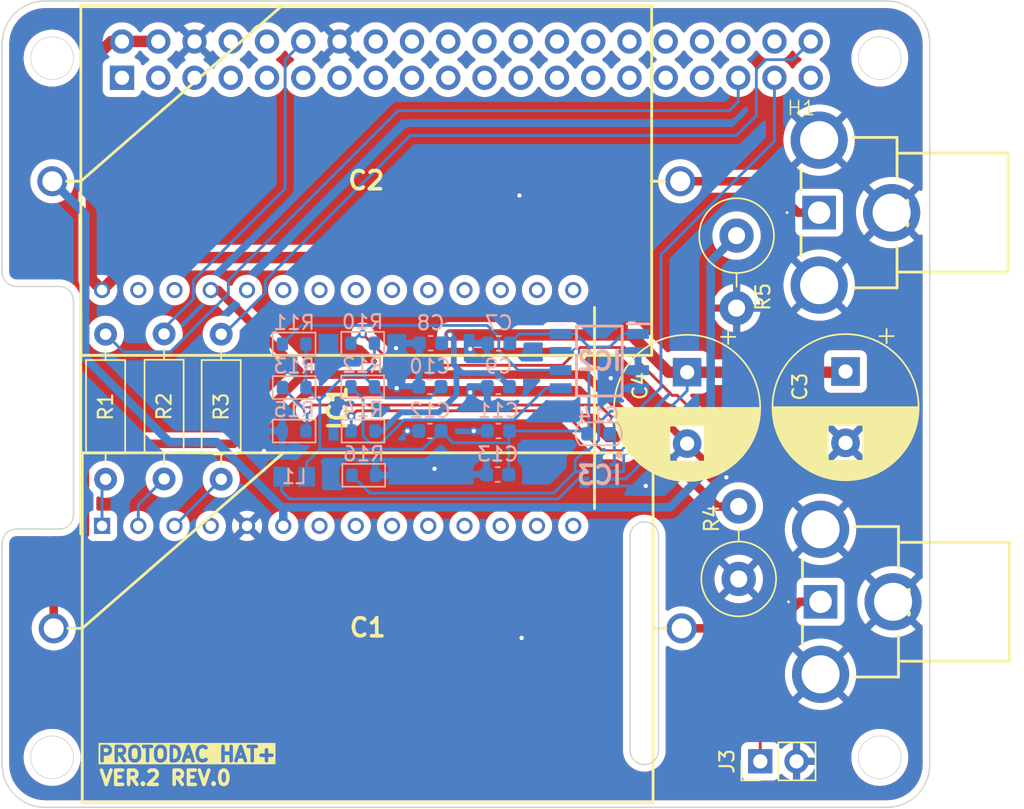
<source format=kicad_pcb>
(kicad_pcb (version 20240108) (generator "pcbnew") (generator_version "8.0")
  (layers (0 "F.Cu" signal) (31 "B.Cu" signal) (34 "B.Paste" user) (35 "F.Paste" user) (36 "B.SilkS" user "B.Silkscreen") (37 "F.SilkS" user "F.Silkscreen") (38 "B.Mask" user) (39 "F.Mask" user) (44 "Edge.Cuts" user))
  (net 0 "")
  (net 1 "GND")
  (net 2 "AOL")
  (net 3 "AOR")
  (net 4 "+5V")
  (net 8 "BCK")
  (net 20 "DATA")
  (net 28 "LE{slash}WS")
  (net 29 "Net-(H1-BCM19_MISO_PCM_FS)")
  (net 30 "Net-(H1-BCM18_PCM_C)")
  (net 31 "Net-(H1-BCM21_SCLK_PCM_DO)")
  (net 38 "ENC_A")
  (net 47 "ENC_B")
  (net 51 "+3.3V")
  (net 63 "Net-(IC3-FB)")
  (net 65 "ENC_SW")
  (net 66 "GPIO26")
  (net 67 "ID_SC")
  (net 68 "ID_SD")
  (net 69 "Net-(IC2-WP)")
  (net 71 "Net-(IC3-LX)")
  (net 72 "Net-(IC3-PG)")
  (net 73 "/L_OUT")
  (net 74 "/R_OUT")
  (footprint "Resistor_THT:R_Axial_DIN0207_L6.3mm_D2.5mm_P10.16mm_Horizontal" (layer "F.Cu") (at 131.85 108.91 90)
    (property "Reference" "R2" (at 5.08 0 90) (layer "F.SilkS"))
    (property "Value" "470ohm")
    (pad "1" thru_hole circle (at 0 0 90) (size 1.6 1.6) (drill 0.8) (layers "*.Cu" "*.Mask") (net 8 "BCK"))
    (pad "2" thru_hole oval (at 10.16 0 90) (size 1.6 1.6) (drill 0.8) (layers "*.Cu" "*.Mask") (net 30 "Net-(H1-BCM18_PCM_C)"))
  )
  (footprint "Capacitor_THT:CP_Radial_D10.0mm_P5.00mm" (layer "F.Cu") (at 179.6 101.3823 -90)
    (property "Reference" "C3" (at 1.067677 3.2 90) (layer "F.SilkS"))
    (property "Value" "1000uF_16V")
    (pad "1" thru_hole rect (at 0 0 270) (size 2 2) (drill 1) (layers "*.Cu" "*.Mask") (net 4 "+5V"))
    (pad "2" thru_hole circle (at 5 0 270) (size 2 2) (drill 1) (layers "*.Cu" "*.Mask") (net 1 "GND"))
  )
  (footprint "RPI_Hat:RPI_Hat_B+" (layer "F.Cu") (at 153 104.172)
    (property "Reference" "H1" (at 23.5 -21.25 0) (layer "F.SilkS") (effects (font (thickness 0.1))))
    (property "Value" "RPi_GPIO" (hide yes))
    (fp_line (start -32.5 -25.75) (end -32.5 -9.75) (stroke (width 0.1)) (layer "Edge.Cuts"))
    (fp_line (start -32.5 9.25) (end -32.5 24.75) (stroke (width 0.1)) (layer "Edge.Cuts"))
    (fp_line (start -31.5 -8.75) (end -28.5 -8.75) (stroke (width 0.1)) (layer "Edge.Cuts"))
    (fp_line (start -31.5 8.25) (end -28.5 8.25) (stroke (width 0.1)) (layer "Edge.Cuts"))
    (fp_line (start -29.5 -28.75) (end 29.5 -28.75) (stroke (width 0.1)) (layer "Edge.Cuts"))
    (fp_line (start -29.5 27.75) (end 29.5 27.75) (stroke (width 0.1)) (layer "Edge.Cuts"))
    (fp_line (start -27.5 -7.75) (end -27.5 7.25) (stroke (width 0.1)) (layer "Edge.Cuts"))
    (fp_line (start 11.5 8.75) (end 11.5 23.75) (stroke (width 0.1)) (layer "Edge.Cuts"))
    (fp_line (start 13.5 8.75) (end 13.5 23.75) (stroke (width 0.1)) (layer "Edge.Cuts"))
    (fp_line (start 32.5 -25.75) (end 32.5 24.75) (stroke (width 0.1)) (layer "Edge.Cuts"))
    (fp_arc (start -32.5 -25.75) (mid -31.62132 -27.87132) (end -29.5 -28.75) (stroke (width 0.1)) (layer "Edge.Cuts"))
    (fp_arc (start -32.5 9.25) (mid -32.207107 8.542893) (end -31.5 8.25) (stroke (width 0.1)) (layer "Edge.Cuts"))
    (fp_arc (start -31.5 -8.75) (mid -32.207107 -9.042893) (end -32.5 -9.75) (stroke (width 0.1)) (layer "Edge.Cuts"))
    (fp_arc (start -29.5 27.75) (mid -31.62132 26.87132) (end -32.5 24.75) (stroke (width 0.1)) (layer "Edge.Cuts"))
    (fp_arc (start -28.5 -8.75) (mid -27.792893 -8.457107) (end -27.5 -7.75) (stroke (width 0.1)) (layer "Edge.Cuts"))
    (fp_arc (start -27.5 7.25) (mid -27.792893 7.957107) (end -28.5 8.25) (stroke (width 0.1)) (layer "Edge.Cuts"))
    (fp_arc (start 11.5 8.75) (mid 12.5 7.75) (end 13.5 8.75) (stroke (width 0.1)) (layer "Edge.Cuts"))
    (fp_arc (start 13.5 23.75) (mid 12.5 24.75) (end 11.5 23.75) (stroke (width 0.1)) (layer "Edge.Cuts"))
    (fp_arc (start 29.5 -28.75) (mid 31.62132 -27.87132) (end 32.5 -25.75) (stroke (width 0.1)) (layer "Edge.Cuts"))
    (fp_arc (start 32.5 24.75) (mid 31.62132 26.87132) (end 29.5 27.75) (stroke (width 0.1)) (layer "Edge.Cuts"))
    (fp_circle (center -29 -24.75) (end -30.500001 -24.750001) (stroke (width 0.05)) (fill none) (layer "Edge.Cuts"))
    (fp_circle (center -29 24.25) (end -30.500001 24.250001) (stroke (width 0.05)) (fill none) (layer "Edge.Cuts"))
    (fp_circle (center 29 -24.75) (end 30.500001 -24.750001) (stroke (width 0.05)) (fill none) (layer "Edge.Cuts"))
    (fp_circle (center 29 24.25) (end 30.500001 24.250001) (stroke (width 0.05)) (fill none) (layer "Edge.Cuts"))
    (pad "1" thru_hole rect (at -24.1 -23.372 90) (size 1.7 1.7) (drill 1) (layers "*.Cu" "*.Mask"))
    (pad "2" thru_hole oval (at -24.1 -25.912 90) (size 1.7 1.7) (drill 1) (layers "*.Cu" "*.Mask") (net 4 "+5V"))
    (pad "3" thru_hole oval (at -21.56 -23.372 90) (size 1.7 1.7) (drill 1) (layers "*.Cu" "*.Mask"))
    (pad "4" thru_hole oval (at -21.56 -25.912 90) (size 1.7 1.7) (drill 1) (layers "*.Cu" "*.Mask") (net 4 "+5V"))
    (pad "5" thru_hole oval (at -19.02 -23.372 90) (size 1.7 1.7) (drill 1) (layers "*.Cu" "*.Mask"))
    (pad "6" thru_hole circle (at -19.02 -25.912 90) (size 1.7 1.7) (drill 1) (layers "*.Cu" "*.Mask") (net 1 "GND"))
    (pad "7" thru_hole oval (at -16.48 -23.372 90) (size 1.7 1.7) (drill 1) (layers "*.Cu" "*.Mask"))
    (pad "8" thru_hole oval (at -16.48 -25.912 90) (size 1.7 1.7) (drill 1) (layers "*.Cu" "*.Mask"))
    (pad "9" thru_hole circle (at -13.94 -23.372 90) (size 1.7 1.7) (drill 1) (layers "*.Cu" "*.Mask"))
    (pad "10" thru_hole oval (at -13.94 -25.912 90) (size 1.7 1.7) (drill 1) (layers "*.Cu" "*.Mask"))
    (pad "11" thru_hole oval (at -11.4 -23.372 90) (size 1.7 1.7) (drill 1) (layers "*.Cu" "*.Mask"))
    (pad "12" thru_hole oval (at -11.4 -25.912 90) (size 1.7 1.7) (drill 1) (layers "*.Cu" "*.Mask") (net 30 "Net-(H1-BCM18_PCM_C)"))
    (pad "13" thru_hole oval (at -8.86 -23.372 90) (size 1.7 1.7) (drill 1) (layers "*.Cu" "*.Mask") (net 65 "ENC_SW"))
    (pad "14" thru_hole circle (at -8.86 -25.912 90) (size 1.7 1.7) (drill 1) (layers "*.Cu" "*.Mask") (net 1 "GND"))
    (pad "15" thru_hole oval (at -6.32 -23.372 90) (size 1.7 1.7) (drill 1) (layers "*.Cu" "*.Mask"))
    (pad "16" thru_hole oval (at -6.32 -25.912 90) (size 1.7 1.7) (drill 1) (layers "*.Cu" "*.Mask") (net 38 "ENC_A"))
    (pad "17" thru_hole oval (at -3.78 -23.372 90) (size 1.7 1.7) (drill 1) (layers "*.Cu" "*.Mask"))
    (pad "18" thru_hole oval (at -3.78 -25.912 90) (size 1.7 1.7) (drill 1) (layers "*.Cu" "*.Mask") (net 47 "ENC_B"))
    (pad "19" thru_hole oval (at -1.24 -23.372 90) (size 1.7 1.7) (drill 1) (layers "*.Cu" "*.Mask"))
    (pad "20" thru_hole circle (at -1.24 -25.912 90) (size 1.7 1.7) (drill 1) (layers "*.Cu" "*.Mask"))
    (pad "21" thru_hole oval (at 1.3 -23.372 90) (size 1.7 1.7) (drill 1) (layers "*.Cu" "*.Mask"))
    (pad "22" thru_hole oval (at 1.3 -25.912 90) (size 1.7 1.7) (drill 1) (layers "*.Cu" "*.Mask"))
    (pad "23" thru_hole oval (at 3.84 -23.372 90) (size 1.7 1.7) (drill 1) (layers "*.Cu" "*.Mask"))
    (pad "24" thru_hole oval (at 3.84 -25.912 90) (size 1.7 1.7) (drill 1) (layers "*.Cu" "*.Mask"))
    (pad "25" thru_hole circle (at 6.38 -23.372 90) (size 1.7 1.7) (drill 1) (layers "*.Cu" "*.Mask"))
    (pad "26" thru_hole oval (at 6.38 -25.912 90) (size 1.7 1.7) (drill 1) (layers "*.Cu" "*.Mask"))
    (pad "27" thru_hole oval (at 8.92 -23.372 90) (size 1.7 1.7) (drill 1) (layers "*.Cu" "*.Mask"))
    (pad "28" thru_hole oval (at 8.92 -25.912 90) (size 1.7 1.7) (drill 1) (layers "*.Cu" "*.Mask"))
    (pad "29" thru_hole oval (at 11.46 -23.372 90) (size 1.7 1.7) (drill 1) (layers "*.Cu" "*.Mask"))
    (pad "30" thru_hole circle (at 11.46 -25.912 90) (size 1.7 1.7) (drill 1) (layers "*.Cu" "*.Mask"))
    (pad "31" thru_hole oval (at 14 -23.372 90) (size 1.7 1.7) (drill 1) (layers "*.Cu" "*.Mask"))
    (pad "32" thru_hole oval (at 14 -25.912 90) (size 1.7 1.7) (drill 1) (layers "*.Cu" "*.Mask"))
    (pad "33" thru_hole oval (at 16.54 -23.372 90) (size 1.7 1.7) (drill 1) (layers "*.Cu" "*.Mask"))
    (pad "34" thru_hole circle (at 16.54 -25.912 90) (size 1.7 1.7) (drill 1) (layers "*.Cu" "*.Mask"))
    (pad "35" thru_hole oval (at 19.08 -23.372 90) (size 1.7 1.7) (drill 1) (layers "*.Cu" "*.Mask") (net 29 "Net-(H1-BCM19_MISO_PCM_FS)"))
    (pad "36" thru_hole oval (at 19.08 -25.912 90) (size 1.7 1.7) (drill 1) (layers "*.Cu" "*.Mask"))
    (pad "37" thru_hole oval (at 21.62 -23.372 90) (size 1.7 1.7) (drill 1) (layers "*.Cu" "*.Mask") (net 66 "GPIO26"))
    (pad "38" thru_hole oval (at 21.62 -25.912 90) (size 1.7 1.7) (drill 1) (layers "*.Cu" "*.Mask"))
    (pad "39" thru_hole circle (at 24.16 -23.372 90) (size 1.7 1.7) (drill 1) (layers "*.Cu" "*.Mask"))
    (pad "40" thru_hole oval (at 24.16 -25.912 90) (size 1.7 1.7) (drill 1) (layers "*.Cu" "*.Mask") (net 31 "Net-(H1-BCM21_SCLK_PCM_DO)"))
  )
  (footprint "Connector_PinHeader_2.54mm:PinHeader_1x02_P2.54mm_Vertical" (layer "F.Cu") (at 173.625 128.7 90)
    (property "Reference" "J3" (at 0 -2.33 90) (layer "F.SilkS"))
    (property "Value" "PINHD_1x2_Male")
    (pad "1" thru_hole rect (at 0 0 90) (size 1.7 1.7) (drill 1) (layers "*.Cu" "*.Mask") (net 69 "Net-(IC2-WP)"))
    (pad "2" thru_hole oval (at 0 2.54 90) (size 1.7 1.7) (drill 1) (layers "*.Cu" "*.Mask") (net 1 "GND"))
  )
  (footprint "Resistor_THT:R_Axial_DIN0207_L6.3mm_D2.5mm_P10.16mm_Horizontal" (layer "F.Cu") (at 127.75 108.93 90)
    (property "Reference" "R1" (at 5.08 0 90) (layer "F.SilkS"))
    (property "Value" "470ohm")
    (pad "1" thru_hole circle (at 0 0 90) (size 1.6 1.6) (drill 0.8) (layers "*.Cu" "*.Mask") (net 28 "LE{slash}WS"))
    (pad "2" thru_hole oval (at 10.16 0 90) (size 1.6 1.6) (drill 0.8) (layers "*.Cu" "*.Mask") (net 29 "Net-(H1-BCM19_MISO_PCM_FS)"))
  )
  (footprint "Resistor_THT:R_Axial_DIN0207_L6.3mm_D2.5mm_P10.16mm_Horizontal" (layer "F.Cu") (at 135.85 108.93 90)
    (property "Reference" "R3" (at 5.08 0 90) (layer "F.SilkS"))
    (property "Value" "470ohm")
    (pad "1" thru_hole circle (at 0 0 90) (size 1.6 1.6) (drill 0.8) (layers "*.Cu" "*.Mask") (net 20 "DATA"))
    (pad "2" thru_hole oval (at 10.16 0 90) (size 1.6 1.6) (drill 0.8) (layers "*.Cu" "*.Mask") (net 31 "Net-(H1-BCM21_SCLK_PCM_DO)"))
  )
  (footprint "SamacSys_Parts:DIP1652W53P254L3550H510Q28N" (layer "F.Cu") (at 144.01 103.938 90)
    (property "Reference" "IC1" (at 0 0 90) (layer "F.SilkS") (effects (font (size 1.27 1.27) (thickness 0.254))))
    (property "Value" "TDA1541A" (hide yes))
    (pad "1" thru_hole rect (at -8.262 -16.51 90) (size 1.13 1.13) (drill 0.73) (layers "*.Cu" "*.Mask") (net 28 "LE{slash}WS"))
    (pad "2" thru_hole circle (at -8.262 -13.97 90) (size 1.13 1.13) (drill 0.73) (layers "*.Cu" "*.Mask") (net 8 "BCK"))
    (pad "3" thru_hole circle (at -8.262 -11.43 90) (size 1.13 1.13) (drill 0.73) (layers "*.Cu" "*.Mask") (net 20 "DATA"))
    (pad "4" thru_hole circle (at -8.262 -8.89 90) (size 1.13 1.13) (drill 0.73) (layers "*.Cu" "*.Mask"))
    (pad "5" thru_hole circle (at -8.262 -6.35 90) (size 1.13 1.13) (drill 0.73) (layers "*.Cu" "*.Mask") (net 1 "GND"))
    (pad "6" thru_hole circle (at -8.262 -3.81 90) (size 1.13 1.13) (drill 0.73) (layers "*.Cu" "*.Mask") (net 3 "AOR"))
    (pad "7" thru_hole circle (at -8.262 -1.27 90) (size 1.13 1.13) (drill 0.73) (layers "*.Cu" "*.Mask"))
    (pad "8" thru_hole circle (at -8.262 1.27 90) (size 1.13 1.13) (drill 0.73) (layers "*.Cu" "*.Mask"))
    (pad "9" thru_hole circle (at -8.262 3.81 90) (size 1.13 1.13) (drill 0.73) (layers "*.Cu" "*.Mask"))
    (pad "10" thru_hole circle (at -8.262 6.35 90) (size 1.13 1.13) (drill 0.73) (layers "*.Cu" "*.Mask"))
    (pad "11" thru_hole circle (at -8.262 8.89 90) (size 1.13 1.13) (drill 0.73) (layers "*.Cu" "*.Mask"))
    (pad "12" thru_hole circle (at -8.262 11.43 90) (size 1.13 1.13) (drill 0.73) (layers "*.Cu" "*.Mask"))
    (pad "13" thru_hole circle (at -8.262 13.97 90) (size 1.13 1.13) (drill 0.73) (layers "*.Cu" "*.Mask"))
    (pad "14" thru_hole circle (at -8.262 16.51 90) (size 1.13 1.13) (drill 0.73) (layers "*.Cu" "*.Mask"))
    (pad "15" thru_hole circle (at 8.262 16.51 90) (size 1.13 1.13) (drill 0.73) (layers "*.Cu" "*.Mask"))
    (pad "16" thru_hole circle (at 8.262 13.97 90) (size 1.13 1.13) (drill 0.73) (layers "*.Cu" "*.Mask"))
    (pad "17" thru_hole circle (at 8.262 11.43 90) (size 1.13 1.13) (drill 0.73) (layers "*.Cu" "*.Mask"))
    (pad "18" thru_hole circle (at 8.262 8.89 90) (size 1.13 1.13) (drill 0.73) (layers "*.Cu" "*.Mask"))
    (pad "19" thru_hole circle (at 8.262 6.35 90) (size 1.13 1.13) (drill 0.73) (layers "*.Cu" "*.Mask"))
    (pad "20" thru_hole circle (at 8.262 3.81 90) (size 1.13 1.13) (drill 0.73) (layers "*.Cu" "*.Mask"))
    (pad "21" thru_hole circle (at 8.262 1.27 90) (size 1.13 1.13) (drill 0.73) (layers "*.Cu" "*.Mask"))
    (pad "22" thru_hole circle (at 8.262 -1.27 90) (size 1.13 1.13) (drill 0.73) (layers "*.Cu" "*.Mask"))
    (pad "23" thru_hole circle (at 8.262 -3.81 90) (size 1.13 1.13) (drill 0.73) (layers "*.Cu" "*.Mask"))
    (pad "24" thru_hole circle (at 8.262 -6.35 90) (size 1.13 1.13) (drill 0.73) (layers "*.Cu" "*.Mask"))
    (pad "25" thru_hole circle (at 8.262 -8.89 90) (size 1.13 1.13) (drill 0.73) (layers "*.Cu" "*.Mask") (net 2 "AOL"))
    (pad "26" thru_hole circle (at 8.262 -11.43 90) (size 1.13 1.13) (drill 0.73) (layers "*.Cu" "*.Mask"))
    (pad "27" thru_hole circle (at 8.262 -13.97 90) (size 1.13 1.13) (drill 0.73) (layers "*.Cu" "*.Mask"))
    (pad "28" thru_hole circle (at 8.262 -16.51 90) (size 1.13 1.13) (drill 0.73) (layers "*.Cu" "*.Mask") (net 4 "+5V"))
  )
  (footprint "PCM_Resistor_THT_AKL:R_Axial_DIN0516_L15.5mm_D5.0mm_P5.08mm_Vertical" (layer "F.Cu") (at 171.964 91.86 -90)
    (property "Reference" "R5" (at 4.29 -1.85 90) (layer "F.SilkS"))
    (property "Value" "470ohm" (hide yes))
    (pad "1" thru_hole circle (at 0 0 270) (size 2.4 2.4) (drill 1.2) (layers "*.Cu" "*.Mask") (net 3 "AOR"))
    (pad "2" thru_hole oval (at 5.08 0 270) (size 2.4 2.4) (drill 1.2) (layers "*.Cu" "*.Mask") (net 1 "GND"))
  )
  (footprint "Capacitor_THT:CP_Radial_D10.0mm_P5.00mm" (layer "F.Cu") (at 168.5 101.4323 -90)
    (property "Reference" "C4" (at 0.967677 3.3 90) (layer "F.SilkS"))
    (property "Value" "1000uF_16V")
    (pad "1" thru_hole rect (at 0 0 270) (size 2 2) (drill 1) (layers "*.Cu" "*.Mask") (net 4 "+5V"))
    (pad "2" thru_hole circle (at 5 0 270) (size 2 2) (drill 1) (layers "*.Cu" "*.Mask") (net 1 "GND"))
  )
  (footprint "SamacSys_Parts:936" (layer "F.Cu") (at 177.85 117.52 90)
    (property "Reference" "J1" (at 0 5.614 90) (layer "F.SilkS") (effects (font (size 1.27 1.27) (thickness 0.254))))
    (property "Value" "936" (hide yes))
    (pad "1" thru_hole rect (at 0 0 90) (size 2.355 2.355) (drill 1.57) (layers "*.Cu" "*.Mask") (net 73 "/L_OUT"))
    (pad "MH1" thru_hole circle (at -5.08 0 90) (size 4.005 4.005) (drill 2.67) (layers "*.Cu" "*.Mask") (net 1 "GND"))
    (pad "MH2" thru_hole circle (at 5.08 0 90) (size 4.005 4.005) (drill 2.67) (layers "*.Cu" "*.Mask") (net 1 "GND"))
    (pad "MH3" thru_hole circle (at 0 5.08 90) (size 4.005 4.005) (drill 2.67) (layers "*.Cu" "*.Mask") (net 1 "GND"))
  )
  (footprint "SamacSys_Parts:CAPPA14200W120L4400D2450" (layer "F.Cu") (at 146.014 88.05)
    (property "Reference" "C2" (at 0 -0.05 0) (layer "F.SilkS") (effects (font (size 1.27 1.27) (thickness 0.254))))
    (property "Value" "C4GAMUD4150AA1J" (hide yes))
    (pad "1" thru_hole circle (at -22 0) (size 2.1 2.1) (drill 1.4) (layers "*.Cu" "*.Mask") (net 3 "AOR"))
    (pad "2" thru_hole circle (at 22 0) (size 2.1 2.1) (drill 1.4) (layers "*.Cu" "*.Mask") (net 74 "/R_OUT"))
  )
  (footprint "SamacSys_Parts:936" (layer "F.Cu") (at 177.75 90.25 90)
    (property "Reference" "J2" (at 0 5.614 90) (layer "F.SilkS") (effects (font (size 1.27 1.27) (thickness 0.254))))
    (property "Value" "936" (hide yes))
    (pad "1" thru_hole rect (at 0 0 90) (size 2.355 2.355) (drill 1.57) (layers "*.Cu" "*.Mask") (net 74 "/R_OUT"))
    (pad "MH1" thru_hole circle (at -5.08 0 90) (size 4.005 4.005) (drill 2.67) (layers "*.Cu" "*.Mask") (net 1 "GND"))
    (pad "MH2" thru_hole circle (at 5.08 0 90) (size 4.005 4.005) (drill 2.67) (layers "*.Cu" "*.Mask") (net 1 "GND"))
    (pad "MH3" thru_hole circle (at 0 5.08 90) (size 4.005 4.005) (drill 2.67) (layers "*.Cu" "*.Mask") (net 1 "GND"))
  )
  (footprint "SamacSys_Parts:CAPPA14200W120L4400D2450" (layer "F.Cu") (at 146.114 119.38)
    (property "Reference" "C1" (at 0 -0.05 0) (layer "F.SilkS") (effects (font (size 1.27 1.27) (thickness 0.254))))
    (property "Value" "C4GAMUD4150AA1J" (hide yes))
    (pad "1" thru_hole circle (at -22 0) (size 2.1 2.1) (drill 1.4) (layers "*.Cu" "*.Mask") (net 2 "AOL"))
    (pad "2" thru_hole circle (at 22 0) (size 2.1 2.1) (drill 1.4) (layers "*.Cu" "*.Mask") (net 73 "/L_OUT"))
  )
  (footprint "PCM_Resistor_THT_AKL:R_Axial_DIN0516_L15.5mm_D5.0mm_P5.08mm_Vertical" (layer "F.Cu") (at 172.114 115.92 90)
    (property "Reference" "R4" (at 4.24 -1.9 90) (layer "F.SilkS"))
    (property "Value" "R_DIN0516_P5.08mm" (hide yes))
    (pad "1" thru_hole circle (at 0 0 90) (size 2.4 2.4) (drill 1.2) (layers "*.Cu" "*.Mask") (net 1 "GND"))
    (pad "2" thru_hole oval (at 5.08 0 90) (size 2.4 2.4) (drill 1.2) (layers "*.Cu" "*.Mask") (net 2 "AOL"))
  )
  (footprint "PCM_Resistor_SMD_AKL:R_0603_1608Metric" (layer "B.Cu") (at 145.788 105.555 180)
    (property "Reference" "R14" (at 0 1.5 0) (layer "B.SilkS") (effects (justify mirror)))
    (property "Value" "10k_0603" (hide yes))
    (pad "1" smd roundrect (at -0.825 0 180) (size 0.8 0.95) (layers "B.Cu" "B.Paste" "B.Mask") (net 4 "+5V"))
    (pad "2" smd roundrect (at 0.825 0 180) (size 0.8 0.95) (layers "B.Cu" "B.Paste" "B.Mask") (net 72 "Net-(IC3-PG)"))
  )
  (footprint "Capacitor_SMD:C_0603_1608Metric" (layer "B.Cu") (at 155.275 105.55 180)
    (property "Reference" "C11" (at 0 1.43 0) (layer "B.SilkS") (effects (justify mirror)))
    (property "Value" "10uF_0805_25V")
    (pad "1" smd roundrect (at -0.775 0 180) (size 0.9 0.95) (layers "B.Cu" "B.Paste" "B.Mask") (net 51 "+3.3V"))
    (pad "2" smd roundrect (at 0.775 0 180) (size 0.9 0.95) (layers "B.Cu" "B.Paste" "B.Mask") (net 1 "GND"))
  )
  (footprint "PCM_Resistor_SMD_AKL:R_0603_1608Metric" (layer "B.Cu") (at 140.963 105.555 180)
    (property "Reference" "R15" (at 0 1.5 0) (layer "B.SilkS") (effects (justify mirror)))
    (property "Value" "2.2k_0603" (hide yes))
    (pad "1" smd roundrect (at -0.825 0 180) (size 0.8 0.95) (layers "B.Cu" "B.Paste" "B.Mask") (net 63 "Net-(IC3-FB)"))
    (pad "2" smd roundrect (at 0.825 0 180) (size 0.8 0.95) (layers "B.Cu" "B.Paste" "B.Mask") (net 1 "GND"))
  )
  (footprint "SamacSys_Parts:SON50P201X201X60-9N-D" (layer "B.Cu") (at 162.35 108.65 180)
    (property "Reference" "IC3" (at 0 0 0) (layer "B.SilkS") (effects (font (size 1.27 1.27) (thickness 0.254)) (justify mirror)))
    (property "Value" "AP3441SHE-7B" (hide yes))
    (pad "1" smd rect (at -1.05 0.75 90) (size 0.3 0.7) (layers "B.Cu" "B.Paste" "B.Mask") (net 63 "Net-(IC3-FB)"))
    (pad "2" smd rect (at -1.05 0.25 90) (size 0.3 0.7) (layers "B.Cu" "B.Paste" "B.Mask") (net 72 "Net-(IC3-PG)"))
    (pad "3" smd rect (at -1.05 -0.25 90) (size 0.3 0.7) (layers "B.Cu" "B.Paste" "B.Mask") (net 4 "+5V"))
    (pad "4" smd rect (at -1.05 -0.75 90) (size 0.3 0.7) (layers "B.Cu" "B.Paste" "B.Mask") (net 1 "GND"))
    (pad "5" smd rect (at 1.05 -0.75 90) (size 0.3 0.7) (layers "B.Cu" "B.Paste" "B.Mask"))
    (pad "6" smd rect (at 1.05 -0.25 90) (size 0.3 0.7) (layers "B.Cu" "B.Paste" "B.Mask") (net 71 "Net-(IC3-LX)"))
    (pad "7" smd rect (at 1.05 0.25 90) (size 0.3 0.7) (layers "B.Cu" "B.Paste" "B.Mask") (net 66 "GPIO26"))
    (pad "8" smd rect (at 1.05 0.75 90) (size 0.3 0.7) (layers "B.Cu" "B.Paste" "B.Mask") (net 1 "GND"))
    (pad "9" smd rect (at 0 0 180) (size 1 1.8) (layers "B.Cu" "B.Paste" "B.Mask") (net 1 "GND"))
  )
  (footprint "PCM_Resistor_SMD_AKL:R_0603_1608Metric" (layer "B.Cu") (at 145.763 102.455 180)
    (property "Reference" "R12" (at 0 1.5 0) (layer "B.SilkS") (effects (justify mirror)))
    (property "Value" "R_0603" (hide yes))
    (pad "1" smd roundrect (at -0.825 0 180) (size 0.8 0.95) (layers "B.Cu" "B.Paste" "B.Mask") (net 51 "+3.3V"))
    (pad "2" smd roundrect (at 0.825 0 180) (size 0.8 0.95) (layers "B.Cu" "B.Paste" "B.Mask") (net 68 "ID_SD"))
  )
  (footprint "footprints:IND_DFE201210U-2R2M=P2_MUR" (layer "B.Cu") (at 140.963 108.755 180)
    (property "Reference" "L1" (at 0 0 0) (layer "B.SilkS") (effects (justify mirror)))
    (property "Value" "DFE201210U-2R2M=P2")
    (pad "1" smd rect (at -0.8763 0 180) (size 1.1684 1.397) (layers "B.Cu" "B.Paste" "B.Mask") (net 51 "+3.3V"))
    (pad "2" smd rect (at 0.8763 0 180) (size 1.1684 1.397) (layers "B.Cu" "B.Paste" "B.Mask") (net 71 "Net-(IC3-LX)"))
    (zone (net 0) (net_name "") (layer "B.Cu") (connect_pads (clearance 0)) (min_thickness 0.254)
      (keepout (tracks not_allowed) (vias not_allowed) (pads allowed) (copperpour not_allowed) (footprints allowed))
      (fill (thermal_gap 0.508) (thermal_bridge_width 0.508))
      (polygon (pts (xy 141.2043 108.1073) (xy 140.7217 108.1073) (xy 140.7217 109.4027) (xy 141.2043 109.4027)))
    )
  )
  (footprint "Capacitor_SMD:C_0603_1608Metric" (layer "B.Cu") (at 155.275 102.45 180)
    (property "Reference" "C9" (at 0 1.43 0) (layer "B.SilkS") (effects (justify mirror)))
    (property "Value" "10uF_0805_25V")
    (pad "1" smd roundrect (at -0.775 0 180) (size 0.9 0.95) (layers "B.Cu" "B.Paste" "B.Mask") (net 4 "+5V"))
    (pad "2" smd roundrect (at 0.775 0 180) (size 0.9 0.95) (layers "B.Cu" "B.Paste" "B.Mask") (net 1 "GND"))
  )
  (footprint "Capacitor_SMD:C_0603_1608Metric" (layer "B.Cu") (at 155.3 99.41 180)
    (property "Reference" "C7" (at 0 1.43 0) (layer "B.SilkS") (effects (justify mirror)))
    (property "Value" "0.1uF_0603_16V")
    (pad "1" smd roundrect (at -0.775 0 180) (size 0.9 0.95) (layers "B.Cu" "B.Paste" "B.Mask") (net 51 "+3.3V"))
    (pad "2" smd roundrect (at 0.775 0 180) (size 0.9 0.95) (layers "B.Cu" "B.Paste" "B.Mask") (net 1 "GND"))
  )
  (footprint "PCM_Resistor_SMD_AKL:R_0603_1608Metric" (layer "B.Cu") (at 145.838 108.655 180)
    (property "Reference" "R16" (at 0 1.5 0) (layer "B.SilkS") (effects (justify mirror)))
    (property "Value" "100k_0603" (hide yes))
    (pad "1" smd roundrect (at -0.825 0 180) (size 0.8 0.95) (layers "B.Cu" "B.Paste" "B.Mask") (net 1 "GND"))
    (pad "2" smd roundrect (at 0.825 0 180) (size 0.8 0.95) (layers "B.Cu" "B.Paste" "B.Mask") (net 66 "GPIO26"))
  )
  (footprint "SamacSys_Parts:SOIC127P600X175-8N" (layer "B.Cu") (at 162.35 100.65 180)
    (property "Reference" "IC2" (at 0 0 0) (layer "B.SilkS") (effects (font (size 1.27 1.27) (thickness 0.254)) (justify mirror)))
    (property "Value" "CAT24C32WI-GT3JN" (hide yes))
    (pad "1" smd rect (at -2.712 1.905 90) (size 0.7 1.525) (layers "B.Cu" "B.Paste" "B.Mask") (net 51 "+3.3V"))
    (pad "2" smd rect (at -2.712 0.635 90) (size 0.7 1.525) (layers "B.Cu" "B.Paste" "B.Mask") (net 1 "GND"))
    (pad "3" smd rect (at -2.712 -0.635 90) (size 0.7 1.525) (layers "B.Cu" "B.Paste" "B.Mask") (net 1 "GND"))
    (pad "4" smd rect (at -2.712 -1.905 90) (size 0.7 1.525) (layers "B.Cu" "B.Paste" "B.Mask") (net 1 "GND"))
    (pad "5" smd rect (at 2.712 -1.905 90) (size 0.7 1.525) (layers "B.Cu" "B.Paste" "B.Mask") (net 68 "ID_SD"))
    (pad "6" smd rect (at 2.712 -0.635 90) (size 0.7 1.525) (layers "B.Cu" "B.Paste" "B.Mask") (net 67 "ID_SC"))
    (pad "7" smd rect (at 2.712 0.635 90) (size 0.7 1.525) (layers "B.Cu" "B.Paste" "B.Mask") (net 69 "Net-(IC2-WP)"))
    (pad "8" smd rect (at 2.712 1.905 90) (size 0.7 1.525) (layers "B.Cu" "B.Paste" "B.Mask") (net 51 "+3.3V"))
  )
  (footprint "Capacitor_SMD:C_0603_1608Metric" (layer "B.Cu") (at 150.475 102.45 180)
    (property "Reference" "C10" (at 0 1.43 0) (layer "B.SilkS") (effects (justify mirror)))
    (property "Value" "10uF_0805_25V")
    (pad "1" smd roundrect (at -0.775 0 180) (size 0.9 0.95) (layers "B.Cu" "B.Paste" "B.Mask") (net 51 "+3.3V"))
    (pad "2" smd roundrect (at 0.775 0 180) (size 0.9 0.95) (layers "B.Cu" "B.Paste" "B.Mask") (net 1 "GND"))
  )
  (footprint "Capacitor_SMD:C_0603_1608Metric" (layer "B.Cu") (at 150.525 99.4 180)
    (property "Reference" "C8" (at 0 1.43 0) (layer "B.SilkS") (effects (justify mirror)))
    (property "Value" "10uF_0805_25V")
    (pad "1" smd roundrect (at -0.775 0 180) (size 0.9 0.95) (layers "B.Cu" "B.Paste" "B.Mask") (net 4 "+5V"))
    (pad "2" smd roundrect (at 0.775 0 180) (size 0.9 0.95) (layers "B.Cu" "B.Paste" "B.Mask") (net 1 "GND"))
  )
  (footprint "PCM_Resistor_SMD_AKL:R_0603_1608Metric" (layer "B.Cu") (at 140.963 102.505 180)
    (property "Reference" "R13" (at 0 1.5 0) (layer "B.SilkS") (effects (justify mirror)))
    (property "Value" "10k_0603" (hide yes))
    (pad "1" smd roundrect (at -0.825 0 180) (size 0.8 0.95) (layers "B.Cu" "B.Paste" "B.Mask") (net 51 "+3.3V"))
    (pad "2" smd roundrect (at 0.825 0 180) (size 0.8 0.95) (layers "B.Cu" "B.Paste" "B.Mask") (net 63 "Net-(IC3-FB)"))
  )
  (footprint "Capacitor_SMD:C_0603_1608Metric" (layer "B.Cu") (at 155.225 108.6 180)
    (property "Reference" "C13" (at 0 1.43 0) (layer "B.SilkS") (effects (justify mirror)))
    (property "Value" "10uF_0805_25V")
    (pad "1" smd roundrect (at -0.775 0 180) (size 0.9 0.95) (layers "B.Cu" "B.Paste" "B.Mask") (net 51 "+3.3V"))
    (pad "2" smd roundrect (at 0.775 0 180) (size 0.9 0.95) (layers "B.Cu" "B.Paste" "B.Mask") (net 1 "GND"))
  )
  (footprint "PCM_Capacitor_SMD_AKL:C_0603_1608Metric" (layer "B.Cu") (at 162.3 105.75)
    (property "Reference" "C14" (at 0 -1.35 0) (layer "B.SilkS") (effects (justify mirror)))
    (property "Value" "15pf/50V" (hide yes))
    (pad "1" smd roundrect (at -0.775 0) (size 0.9 0.95) (layers "B.Cu" "B.Paste" "B.Mask") (net 51 "+3.3V"))
    (pad "2" smd roundrect (at 0.775 0) (size 0.9 0.95) (layers "B.Cu" "B.Paste" "B.Mask") (net 63 "Net-(IC3-FB)"))
  )
  (footprint "PCM_Resistor_SMD_AKL:R_0603_1608Metric" (layer "B.Cu") (at 145.763 99.405 180)
    (property "Reference" "R10" (at 0 1.5 0) (layer "B.SilkS") (effects (justify mirror)))
    (property "Value" "R_0603" (hide yes))
    (pad "1" smd roundrect (at -0.825 0 180) (size 0.8 0.95) (layers "B.Cu" "B.Paste" "B.Mask") (net 51 "+3.3V"))
    (pad "2" smd roundrect (at 0.825 0 180) (size 0.8 0.95) (layers "B.Cu" "B.Paste" "B.Mask") (net 69 "Net-(IC2-WP)"))
  )
  (footprint "Capacitor_SMD:C_0603_1608Metric" (layer "B.Cu") (at 150.475 105.55 180)
    (property "Reference" "C12" (at 0 1.43 0) (layer "B.SilkS") (effects (justify mirror)))
    (property "Value" "10uF_0805_25V")
    (pad "1" smd roundrect (at -0.775 0 180) (size 0.9 0.95) (layers "B.Cu" "B.Paste" "B.Mask") (net 51 "+3.3V"))
    (pad "2" smd roundrect (at 0.775 0 180) (size 0.9 0.95) (layers "B.Cu" "B.Paste" "B.Mask") (net 1 "GND"))
  )
  (footprint "PCM_Resistor_SMD_AKL:R_0603_1608Metric" (layer "B.Cu") (at 140.963 99.455 180)
    (property "Reference" "R11" (at 0 1.5 0) (layer "B.SilkS") (effects (justify mirror)))
    (property "Value" "R_0603" (hide yes))
    (pad "1" smd roundrect (at -0.825 0 180) (size 0.8 0.95) (layers "B.Cu" "B.Paste" "B.Mask") (net 51 "+3.3V"))
    (pad "2" smd roundrect (at 0.825 0 180) (size 0.8 0.95) (layers "B.Cu" "B.Paste" "B.Mask") (net 67 "ID_SC"))
  )
  (gr_text "VER.2 REV.0" (at 127.2 130.45 0) (layer "F.SilkS") (effects (font (size 1 1) (thickness 0.4) (bold yes)) (justify left bottom)))
  (gr_text "PROTODAC HAT+" (at 127 128.8 0) (layer "F.SilkS" knockout) (effects (font (size 1 1) (thickness 0.4) (bold yes)) (justify left bottom)))
  (segment (start 163.9177 101.85) (end 163.15 101.85) (width 0.2) (layer "F.Cu") (net 1))
  (segment (start 170.8677 108.8) (end 171.25 108.8) (width 0.2) (layer "F.Cu") (net 1))
  (segment (start 168.5 106.4323) (end 163.9177 101.85) (width 0.2) (layer "F.Cu") (net 1))
  (segment (start 168.5 106.4323) (end 170.8677 108.8) (width 0.2) (layer "F.Cu") (net 1))
  (via (at 150.8 108.2) (size 0.6) (drill 0.3) (layers "F.Cu" "B.Cu") (net 1))
  (via (at 148.1 99.75) (size 0.6) (drill 0.3) (layers "F.Cu" "B.Cu") (net 1))
  (via (at 165.6 109.4) (size 0.6) (drill 0.3) (layers "F.Cu" "B.Cu") (net 1))
  (via (at 148.9 105.55) (size 0.6) (drill 0.3) (layers "F.Cu" "B.Cu") (net 1))
  (via (at 163.15 101.85) (size 0.6) (drill 0.3) (layers "F.Cu" "B.Cu") (net 1))
  (via (at 153.55 105.55) (size 0.6) (drill 0.3) (layers "F.Cu" "B.Cu") (net 1))
  (via (at 156.9 120.05) (size 0.6) (drill 0.3) (layers "F.Cu" "B.Cu") (net 1))
  (via (at 156.75 89.05) (size 0.6) (drill 0.3) (layers "F.Cu" "B.Cu") (net 1))
  (via (at 171.25 108.8) (size 0.6) (drill 0.3) (layers "F.Cu" "B.Cu") (net 1))
  (via (at 153.3 99.8) (size 0.6) (drill 0.3) (layers "F.Cu" "B.Cu") (net 1))
  (via (at 153.3 102.85) (size 0.6) (drill 0.3) (layers "F.Cu" "B.Cu") (net 1))
  (via (at 138.85 106.95) (size 0.6) (drill 0.3) (layers "F.Cu" "B.Cu") (net 1))
  (via (at 148.15 102.55) (size 0.6) (drill 0.3) (layers "F.Cu" "B.Cu") (net 1))
  (segment (start 154.5 105.55) (end 153.55 105.55) (width 0.2) (layer "B.Cu") (net 1))
  (segment (start 162.35 108.95) (end 162.35 108.65) (width 0.2) (layer "B.Cu") (net 1))
  (segment (start 162.35 108.35) (end 162.35 108.65) (width 0.2) (layer "B.Cu") (net 1))
  (segment (start 161.9 107.9) (end 162.35 108.35) (width 0.2) (layer "B.Cu") (net 1))
  (segment (start 162.8 109.4) (end 162.35 108.95) (width 0.2) (layer "B.Cu") (net 1))
  (segment (start 148.9 105.55) (end 149.7 105.55) (width 0.2) (layer "B.Cu") (net 1))
  (segment (start 165.6 109.4) (end 163.4 109.4) (width 0.2) (layer "B.Cu") (net 1))
  (segment (start 161.3 107.9) (end 161.9 107.9) (width 0.2) (layer "B.Cu") (net 1))
  (segment (start 163.4 109.4) (end 162.8 109.4) (width 0.2) (layer "B.Cu") (net 1))
  (segment (start 127.15 106.45) (end 136.7272 106.45) (width 0.6) (layer "F.Cu") (net 2))
  (segment (start 141.5772 101.6) (end 141.3106 101.8666) (width 0.6) (layer "F.Cu") (net 2))
  (segment (start 172.114 110.84) (end 170.6123 110.84) (width 0.6) (layer "F.Cu") (net 2))
  (segment (start 161.3723 101.6) (end 141.5772 101.6) (width 0.6) (layer "F.Cu") (net 2))
  (segment (start 141.3106 101.8666) (end 141.3106 101.3334) (width 0.6) (layer "F.Cu") (net 2))
  (segment (start 136.7272 106.45) (end 141.3106 101.8666) (width 0.6) (layer "F.Cu") (net 2))
  (segment (start 135.6532 95.676) (end 135.12 95.676) (width 0.6) (layer "F.Cu") (net 2))
  (segment (start 124.114 113.227932) (end 125.830842 113.227932) (width 0.6) (layer "F.Cu") (net 2))
  (segment (start 124.114 119.38) (end 124.114 113.227932) (width 0.6) (layer "F.Cu") (net 2))
  (segment (start 126.3 112.758774) (end 126.3 107.3) (width 0.6) (layer "F.Cu") (net 2))
  (segment (start 126.3 107.3) (end 127.15 106.45) (width 0.6) (layer "F.Cu") (net 2))
  (segment (start 170.6123 110.84) (end 161.3723 101.6) (width 0.6) (layer "F.Cu") (net 2))
  (segment (start 141.3106 101.3334) (end 135.6532 95.676) (width 0.6) (layer "F.Cu") (net 2))
  (segment (start 125.830842 113.227932) (end 126.3 112.758774) (width 0.6) (layer "F.Cu") (net 2))
  (segment (start 170.15 108.043659) (end 167.293659 110.9) (width 0.6) (layer "B.Cu") (net 3))
  (segment (start 124.014 88.05) (end 126.32038 90.35638) (width 0.6) (layer "B.Cu") (net 3))
  (segment (start 126.32038 100.42038) (end 132.231 106.331) (width 0.6) (layer "B.Cu") (net 3))
  (segment (start 170.15 93.674) (end 170.15 108.043659) (width 0.6) (layer "B.Cu") (net 3))
  (segment (start 126.32038 90.35638) (end 126.32038 100.42038) (width 0.6) (layer "B.Cu") (net 3))
  (segment (start 135.531 106.331) (end 140.2 111) (width 0.6) (layer "B.Cu") (net 3))
  (segment (start 140.2 111.7144) (end 140.2 112.2) (width 0.6) (layer "B.Cu") (net 3))
  (segment (start 167.293659 110.9) (end 140.3 110.9) (width 0.6) (layer "B.Cu") (net 3))
  (segment (start 171.964 91.86) (end 170.15 93.674) (width 0.6) (layer "B.Cu") (net 3))
  (segment (start 140.3 110.9) (end 140.2 111) (width 0.6) (layer "B.Cu") (net 3))
  (segment (start 140.2 111) (end 140.2 111.7144) (width 0.6) (layer "B.Cu") (net 3))
  (segment (start 132.231 106.331) (end 135.531 106.331) (width 0.6) (layer "B.Cu") (net 3))
  (segment (start 126.75 94.926) (end 127.5 95.676) (width 0.8) (layer "F.Cu") (net 4))
  (segment (start 128.9 78.26) (end 128.91 78.25) (width 0.2) (layer "F.Cu") (net 4))
  (segment (start 167.1983 101.4323) (end 164.5869 98.8209) (width 0.8) (layer "F.Cu") (net 4))
  (segment (start 179.55 101.4323) (end 168.5 101.4323) (width 0.8) (layer "F.Cu") (net 4))
  (segment (start 168.5 101.4323) (end 167.1983 101.4323) (width 0.8) (layer "F.Cu") (net 4))
  (segment (start 128.14 78.26) (end 126.75 79.65) (width 0.8) (layer "F.Cu") (net 4))
  (segment (start 164.5869 98.8209) (end 163.95 98.8209) (width 0.8) (layer "F.Cu") (net 4))
  (segment (start 163.95 93.4) (end 129.776 93.4) (width 0.8) (layer "F.Cu") (net 4))
  (segment (start 129.776 93.4) (end 127.5 95.676) (width 0.8) (layer "F.Cu") (net 4))
  (segment (start 126.75 79.65) (end 126.75 94.926) (width 0.8) (layer "F.Cu") (net 4))
  (segment (start 163.95 98.8209) (end 151.8791 98.8209) (width 0.8) (layer "F.Cu") (net 4))
  (segment (start 128.9 78.26) (end 128.14 78.26) (width 0.2) (layer "F.Cu") (net 4))
  (segment (start 179.6 101.3823) (end 179.55 101.4323) (width 0.2) (layer "F.Cu") (net 4))
  (segment (start 128.91 78.25) (end 131.43 78.25) (width 0.8) (layer "F.Cu") (net 4))
  (segment (start 131.43 78.25) (end 131.44 78.26) (width 0.2) (layer "F.Cu") (net 4))
  (segment (start 163.95 98.8209) (end 163.95 93.4) (width 0.8) (layer "F.Cu") (net 4))
  (via (at 151.8791 98.8209) (size 0.6) (drill 0.3) (layers "F.Cu" "B.Cu") (net 4))
  (segment (start 153.9 101.5) (end 155.1 101.5) (width 0.4) (layer "B.Cu") (net 4))
  (segment (start 152.333753 101.167847) (end 152.333753 103.016247) (width 0.4) (layer "B.Cu") (net 4))
  (segment (start 152.75 101.5) (end 153.9 101.5) (width 0.4) (layer "B.Cu") (net 4))
  (segment (start 164.2019 108.9) (end 163.4 108.9) (width 0.2) (layer "B.Cu") (net 4))
  (segment (start 152.3758 101.1258) (end 152.333753 101.167847) (width 0.4) (layer "B.Cu") (net 4))
  (segment (start 167.1983 105.9036) (end 164.2019 108.9) (width 0.2) (layer "B.Cu") (net 4))
  (segment (start 151.8791 98.8209) (end 151.3 99.4) (width 0.4) (layer "B.Cu") (net 4))
  (segment (start 151.1 104.25) (end 148.45 104.25) (width 0.4) (layer "B.Cu") (net 4))
  (segment (start 148.45 104.25) (end 147.145 105.555) (width 0.4) (layer "B.Cu") (net 4))
  (segment (start 152.15 100.9) (end 152.3758 101.1258) (width 0.4) (layer "B.Cu") (net 4))
  (segment (start 147.145 105.555) (end 146.613 105.555) (width 0.4) (layer "B.Cu") (net 4))
  (segment (start 155.1 101.5) (end 156.05 102.45) (width 0.4) (layer "B.Cu") (net 4))
  (segment (start 151.8791 98.8209) (end 152.15 99.0918) (width 0.4) (layer "B.Cu") (net 4))
  (segment (start 152.15 99.0918) (end 152.15 100.9) (width 0.4) (layer "B.Cu") (net 4))
  (segment (start 168.5 102.734) (end 167.1983 104.0357) (width 0.2) (layer "B.Cu") (net 4))
  (segment (start 167.1983 104.0357) (end 167.1983 105.9036) (width 0.2) (layer "B.Cu") (net 4))
  (segment (start 168.5 101.4323) (end 168.5 102.734) (width 0.2) (layer "B.Cu") (net 4))
  (segment (start 152.333753 103.016247) (end 151.1 104.25) (width 0.4) (layer "B.Cu") (net 4))
  (segment (start 152.3758 101.1258) (end 152.75 101.5) (width 0.4) (layer "B.Cu") (net 4))
  (segment (start 131.85 108.91) (end 130.04 110.72) (width 0.2) (layer "B.Cu") (net 8))
  (segment (start 130.04 110.72) (end 130.04 112.2) (width 0.2) (layer "B.Cu") (net 8))
  (segment (start 135.85 108.93) (end 132.58 112.2) (width 0.2) (layer "B.Cu") (net 20))
  (segment (start 127.75 108.93) (end 127.5 109.18) (width 0.2) (layer "B.Cu") (net 28))
  (segment (start 127.5 109.18) (end 127.5 112.2) (width 0.2) (layer "B.Cu") (net 28))
  (segment (start 127.5 109.18) (end 127.44 109.24) (width 0.2) (layer "B.Cu") (net 28))
  (segment (start 127.75 98.77) (end 127.77 98.77) (width 0.2) (layer "B.Cu") (net 29))
  (segment (start 136.35 95) (end 148.25 83.1) (width 0.2) (layer "B.Cu") (net 29))
  (segment (start 136.35 95.95) (end 136.35 95) (width 0.2) (layer "B.Cu") (net 29))
  (segment (start 172.08 82.47) (end 172.08 80.8) (width 0.2) (layer "B.Cu") (net 29))
  (segment (start 148.25 83.1) (end 171.45 83.1) (width 0.2) (layer "B.Cu") (net 29))
  (segment (start 132.3 100) (end 136.35 95.95) (width 0.2) (layer "B.Cu") (net 29))
  (segment (start 129 100) (end 132.3 100) (width 0.2) (layer "B.Cu") (net 29))
  (segment (start 171.45 83.1) (end 172.08 82.47) (width 0.2) (layer "B.Cu") (net 29))
  (segment (start 127.77 98.77) (end 129 100) (width 0.2) (layer "B.Cu") (net 29))
  (segment (start 133.9 95) (end 140.33 88.57) (width 0.2) (layer "B.Cu") (net 30))
  (segment (start 140.33 88.57) (end 140.33 79.53) (width 0.2) (layer "B.Cu") (net 30))
  (segment (start 133.9 96.3) (end 133.9 95) (width 0.2) (layer "B.Cu") (net 30))
  (segment (start 131.85 98.35) (end 133.9 96.3) (width 0.2) (layer "B.Cu") (net 30))
  (segment (start 131.85 98.75) (end 131.85 98.35) (width 0.2) (layer "B.Cu") (net 30))
  (segment (start 140.33 79.53) (end 141.6 78.26) (width 0.2) (layer "B.Cu") (net 30))
  (segment (start 138.95 95.85) (end 138.95 95) (width 0.2) (layer "B.Cu") (net 31))
  (segment (start 138.95 95) (end 149.1 84.85) (width 0.2) (layer "B.Cu") (net 31))
  (segment (start 174.02 79.53) (end 175.89 79.53) (width 0.2) (layer "B.Cu") (net 31))
  (segment (start 175.89 79.53) (end 177.16 78.26) (width 0.2) (layer "B.Cu") (net 31))
  (segment (start 171.95 84.85) (end 173.35 83.45) (width 0.2) (layer "B.Cu") (net 31))
  (segment (start 135.85 98.77) (end 136.03 98.77) (width 0.2) (layer "B.Cu") (net 31))
  (segment (start 173.35 83.45) (end 173.35 80.2) (width 0.2) (layer "B.Cu") (net 31))
  (segment (start 136.03 98.77) (end 138.95 95.85) (width 0.2) (layer "B.Cu") (net 31))
  (segment (start 149.1 84.85) (end 171.95 84.85) (width 0.2) (layer "B.Cu") (net 31))
  (segment (start 173.35 80.2) (end 174.02 79.53) (width 0.2) (layer "B.Cu") (net 31))
  (segment (start 152.0769 106.3769) (end 151.25 105.55) (width 0.2) (layer "B.Cu") (net 51))
  (segment (start 161.325 105.55) (end 161.525 105.75) (width 0.2) (layer "B.Cu") (net 51))
  (segment (start 142.7669 106.8272) (end 149.9728 106.8272) (width 0.2) (layer "B.Cu") (net 51))
  (segment (start 163.0804 99.6624) (end 163.9978 98.745) (width 0.2) (layer "B.Cu") (net 51))
  (segment (start 141.788 102.505) (end 141.788 99.455) (width 0.2) (layer "B.Cu") (net 51))
  (segment (start 159.638 98.745) (end 160.7022 98.745) (width 0.2) (layer "B.Cu") (net 51))
  (segment (start 161.6196 99.6624) (end 161.6196 105.2554) (width 0.2) (layer "B.Cu") (net 51))
  (segment (start 146.588 102.455) (end 147.3657 103.2327) (width 0.2) (layer "B.Cu") (net 51))
  (segment (start 160.7022 98.745) (end 161.6196 99.6624) (width 0.2) (layer "B.Cu") (net 51))
  (segment (start 144.5034 101.6442) (end 145.7772 101.6442) (width 0.2) (layer "B.Cu") (net 51))
  (segment (start 145.7772 101.6442) (end 146.588 102.455) (width 0.2) (layer "B.Cu") (net 51))
  (segment (start 142.7669 106.8272) (end 142.7669 103.3807) (width 0.2) (layer "B.Cu") (net 51))
  (segment (start 156.74 98.745) (end 159.638 98.745) (width 0.2) (layer "B.Cu") (net 51))
  (segment (start 147.3657 103.2327) (end 150.4673 103.2327) (width 0.2) (layer "B.Cu") (net 51))
  (segment (start 156 106.3769) (end 156 105.6) (width 0.2) (layer "B.Cu") (net 51))
  (segment (start 156.05 105.55) (end 161.325 105.55) (width 0.2) (layer "B.Cu") (net 51))
  (segment (start 165.062 98.745) (end 163.9978 98.745) (width 0.2) (layer "B.Cu") (net 51))
  (segment (start 142.7669 103.3807) (end 144.5034 101.6442) (width 0.2) (layer "B.Cu") (net 51))
  (segment (start 146.588 100.8334) (end 145.7772 101.6442) (width 0.2) (layer "B.Cu") (net 51))
  (segment (start 146.588 99.405) (end 146.588 100.8334) (width 0.2) (layer "B.Cu") (net 51))
  (segment (start 156 106.3769) (end 152.0769 106.3769) (width 0.2) (layer "B.Cu") (net 51))
  (segment (start 141.8393 107.7548) (end 142.7669 106.8272) (width 0.2) (layer "B.Cu") (net 51))
  (segment (start 161.6196 99.6624) (end 163.0804 99.6624) (width 0.2) (layer "B.Cu") (net 51))
  (segment (start 141.8393 108.755) (end 141.8393 107.7548) (width 0.2) (layer "B.Cu") (net 51))
  (segment (start 150.4673 103.2327) (end 151.25 102.45) (width 0.2) (layer "B.Cu") (net 51))
  (segment (start 142.6637 103.3807) (end 141.788 102.505) (width 0.2) (layer "B.Cu") (net 51))
  (segment (start 156 108.6) (end 156 106.3769) (width 0.2) (layer "B.Cu") (net 51))
  (segment (start 142.7669 103.3807) (end 142.6637 103.3807) (width 0.2) (layer "B.Cu") (net 51))
  (segment (start 156.075 99.41) (end 156.74 98.745) (width 0.2) (layer "B.Cu") (net 51))
  (segment (start 161.6196 105.2554) (end 161.325 105.55) (width 0.2) (layer "B.Cu") (net 51))
  (segment (start 156 105.6) (end 156.05 105.55) (width 0.2) (layer "B.Cu") (net 51))
  (segment (start 149.9728 106.8272) (end 151.25 105.55) (width 0.2) (layer "B.Cu") (net 51))
  (segment (start 142.2489 103.735) (end 141.874 104.1099) (width 0.2) (layer "F.Cu") (net 63))
  (segment (start 163.3854 104.7628) (end 162.3576 103.735) (width 0.2) (layer "F.Cu") (net 63))
  (segment (start 162.3576 103.735) (end 142.2489 103.735) (width 0.2) (layer "F.Cu") (net 63))
  (via (at 141.874 104.1099) (size 0.6) (drill 0.3) (layers "F.Cu" "B.Cu") (net 63))
  (via (at 163.3854 104.7628) (size 0.6) (drill 0.3) (layers "F.Cu" "B.Cu") (net 63))
  (segment (start 163.4 106.075) (end 163.075 105.75) (width 0.2) (layer "B.Cu") (net 63))
  (segment (start 163.4 107.9) (end 163.4 106.075) (width 0.2) (layer "B.Cu") (net 63))
  (segment (start 140.138 102.505) (end 141.7429 104.1099) (width 0.2) (layer "B.Cu") (net 63))
  (segment (start 141.7429 104.1099) (end 141.874 104.1099) (width 0.2) (layer "B.Cu") (net 63))
  (segment (start 141.874 105.469) (end 141.788 105.555) (width 0.2) (layer "B.Cu") (net 63))
  (segment (start 141.874 104.1099) (end 141.874 105.469) (width 0.2) (layer "B.Cu") (net 63))
  (segment (start 163.3854 105.4396) (end 163.3854 104.7628) (width 0.2) (layer "B.Cu") (net 63))
  (segment (start 163.075 105.75) (end 163.3854 105.4396) (width 0.2) (layer "B.Cu") (net 63))
  (segment (start 162.3 106.1975) (end 161.6051 106.8924) (width 0.2) (layer "B.Cu") (net 66))
  (segment (start 174.62 80.8) (end 174.62 85.244) (width 0.2) (layer "B.Cu") (net 66))
  (segment (start 166.6623 102.5117) (end 165.0129 104.1611) (width 0.2) (layer "B.Cu") (net 66))
  (segment (start 174.62 85.244) (end 166.6623 93.2017) (width 0.2) (layer "B.Cu") (net 66))
  (segment (start 166.6623 93.2017) (end 166.6623 102.5117) (width 0.2) (layer "B.Cu") (net 66))
  (segment (start 165.0129 104.1611) (end 163.1363 104.1611) (width 0.2) (layer "B.Cu") (net 66))
  (segment (start 146.258 109.9) (end 145.013 108.655) (width 0.2) (layer "B.Cu") (net 66))
  (segment (start 161.6051 106.8924) (end 161.3469 106.8924) (width 0.2) (layer "B.Cu") (net 66))
  (segment (start 160.6483 108.4) (end 159.1483 109.9) (width 0.2) (layer "B.Cu") (net 66))
  (segment (start 160.6483 107.591) (end 160.6483 108.4) (width 0.2) (layer "B.Cu") (net 66))
  (segment (start 161.3 108.4) (end 160.6483 108.4) (width 0.2) (layer "B.Cu") (net 66))
  (segment (start 159.1483 109.9) (end 146.258 109.9) (width 0.2) (layer "B.Cu") (net 66))
  (segment (start 162.3 104.9974) (end 162.3 106.1975) (width 0.2) (layer "B.Cu") (net 66))
  (segment (start 161.3469 106.8924) (end 160.6483 107.591) (width 0.2) (layer "B.Cu") (net 66))
  (segment (start 163.1363 104.1611) (end 162.3 104.9974) (width 0.2) (layer "B.Cu") (net 66))
  (segment (start 141.4378 98.1552) (end 140.138 99.455) (width 0.2) (layer "B.Cu") (net 67))
  (segment (start 155.3 98.9566) (end 154.4986 98.1552) (width 0.2) (layer "B.Cu") (net 67))
  (segment (start 156.6552 101.285) (end 155.3 99.9298) (width 0.2) (layer "B.Cu") (net 67))
  (segment (start 159.638 101.285) (end 156.6552 101.285) (width 0.2) (layer "B.Cu") (net 67))
  (segment (start 155.3 99.9298) (end 155.3 98.9566) (width 0.2) (layer "B.Cu") (net 67))
  (segment (start 154.4986 98.1552) (end 141.4378 98.1552) (width 0.2) (layer "B.Cu") (net 67))
  (segment (start 147.0563 106.3885) (end 146.2604 106.3885) (width 0.2) (layer "B.Cu") (net 68))
  (segment (start 156.2596 104.7724) (end 148.6724 104.7724) (width 0.2) (layer "B.Cu") (net 68))
  (segment (start 156.3579 104.7709) (end 156.2611 104.7709) (width 0.2) (layer "B.Cu") (net 68))
  (segment (start 148.6724 104.7724) (end 147.0563 106.3885) (width 0.2) (layer "B.Cu") (net 68))
  (segment (start 159.638 102.555) (end 158.5738 102.555) (width 0.2) (layer "B.Cu") (net 68))
  (segment (start 146.2604 106.3885) (end 145.788 105.9161) (width 0.2) (layer "B.Cu") (net 68))
  (segment (start 145.788 103.305) (end 144.938 102.455) (width 0.2) (layer "B.Cu") (net 68))
  (segment (start 145.788 105.9161) (end 145.788 103.305) (width 0.2) (layer "B.Cu") (net 68))
  (segment (start 156.2611 104.7709) (end 156.2596 104.7724) (width 0.2) (layer "B.Cu") (net 68))
  (segment (start 158.5738 102.555) (end 156.3579 104.7709) (width 0.2) (layer "B.Cu") (net 68))
  (segment (start 161.0172 99.7) (end 164.1 99.7) (width 0.2) (layer "F.Cu") (net 69))
  (segment (start 167.8 103.05) (end 174.55 109.8) (width 0.2) (layer "F.Cu") (net 69))
  (segment (start 159.7672 100.95) (end 147.9561 100.95) (width 0.2) (layer "F.Cu") (net 69))
  (segment (start 164.1 99.7) (end 167.45 103.05) (width 0.2) (layer "F.Cu") (net 69))
  (segment (start 179.2448 119.5552) (end 176.1448 119.5552) (width 0.2) (layer "F.Cu") (net 69))
  (segment (start 147.9561 100.95) (end 145.763 98.7569) (width 0.2) (layer "F.Cu") (net 69))
  (segment (start 167.45 103.05) (end 167.8 103.05) (width 0.2) (layer "F.Cu") (net 69))
  (segment (start 160.7022 100.015) (end 161.0172 99.7) (width 0.2) (layer "F.Cu") (net 69))
  (segment (start 179.95 115.9) (end 179.95 118.85) (width 0.2) (layer "F.Cu") (net 69))
  (segment (start 176.1448 119.5552) (end 173.625 122.075) (width 0.2) (layer "F.Cu") (net 69))
  (segment (start 179.95 118.85) (end 179.2448 119.5552) (width 0.2) (layer "F.Cu") (net 69))
  (segment (start 174.55 113.45) (end 176.25 115.15) (width 0.2) (layer "F.Cu") (net 69))
  (segment (start 179.2 115.15) (end 179.95 115.9) (width 0.2) (layer "F.Cu") (net 69))
  (segment (start 174.55 109.8) (end 174.55 113.45) (width 0.2) (layer "F.Cu") (net 69))
  (segment (start 160.7022 100.015) (end 159.7672 100.95) (width 0.2) (layer "F.Cu") (net 69))
  (segment (start 176.25 115.15) (end 179.2 115.15) (width 0.2) (layer "F.Cu") (net 69))
  (segment (start 173.625 122.075) (end 173.625 128.7) (width 0.2) (layer "F.Cu") (net 69))
  (via (at 145.763 98.7569) (size 0.6) (drill 0.3) (layers "F.Cu" "B.Cu") (net 69))
  (via (at 160.7022 100.015) (size 0.6) (drill 0.3) (layers "F.Cu" "B.Cu") (net 69))
  (segment (start 145.5861 98.7569) (end 144.938 99.405) (width 0.2) (layer "B.Cu") (net 69))
  (segment (start 145.763 98.7569) (end 145.5861 98.7569) (width 0.2) (layer "B.Cu") (net 69))
  (segment (start 160.7022 100.015) (end 159.638 100.015) (width 0.2) (layer "B.Cu") (net 69))
  (segment (start 140.6315 110.3) (end 159.4733 110.3) (width 0.2) (layer "B.Cu") (net 71))
  (segment (start 160.8733 108.9) (end 161.3 108.9) (width 0.2) (layer "B.Cu") (net 71))
  (segment (start 140.0867 109.7552) (end 140.6315 110.3) (width 0.2) (layer "B.Cu") (net 71))
  (segment (start 159.4733 110.3) (end 160.8733 108.9) (width 0.2) (layer "B.Cu") (net 71))
  (segment (start 140.0867 108.755) (end 140.0867 109.7552) (width 0.2) (layer "B.Cu") (net 71))
  (segment (start 145.3493 104.135) (end 159.7503 104.135) (width 0.2) (layer "F.Cu") (net 72))
  (segment (start 162.55 106.9347) (end 164.1778 106.9347) (width 0.2) (layer "F.Cu") (net 72))
  (segment (start 159.7503 104.135) (end 162.55 106.9347) (width 0.2) (layer "F.Cu") (net 72))
  (segment (start 144.963 104.5213) (end 145.3493 104.135) (width 0.2) (layer "F.Cu") (net 72))
  (via (at 164.1778 106.9347) (size 0.6) (drill 0.3) (layers "F.Cu" "B.Cu") (net 72))
  (via (at 144.963 104.5213) (size 0.6) (drill 0.3) (layers "F.Cu" "B.Cu") (net 72))
  (segment (start 164.0517 107.0608) (end 164.1778 106.9347) (width 0.2) (layer "B.Cu") (net 72))
  (segment (start 144.963 104.5213) (end 144.963 105.555) (width 0.2) (layer "B.Cu") (net 72))
  (segment (start 164.0517 108.4) (end 164.0517 107.0608) (width 0.2) (layer "B.Cu") (net 72))
  (segment (start 163.4 108.4) (end 164.0517 108.4) (width 0.2) (layer "B.Cu") (net 72))
  (segment (start 168.114 119.38) (end 174.5108 119.38) (width 0.6) (layer "F.Cu") (net 73))
  (segment (start 174.5108 119.38) (end 176.3708 117.52) (width 0.6) (layer "F.Cu") (net 73))
  (segment (start 177.85 117.52) (end 176.3708 117.52) (width 0.6) (layer "F.Cu") (net 73))
  (segment (start 168.014 88.05) (end 174.0708 88.05) (width 0.6) (layer "F.Cu") (net 74))
  (segment (start 174.0708 88.05) (end 176.2708 90.25) (width 0.6) (layer "F.Cu") (net 74))
  (segment (start 177.75 90.25) (end 176.2708 90.25) (width 0.6) (layer "F.Cu") (net 74))
  (zone (net 1) (net_name "GND") (layers "F&B.Cu") (name "GND_BACKPLANE") (connect_pads (clearance 0.5)) (min_thickness 0.25) (fill yes (thermal_gap 0.5) (thermal_bridge_width 0.5) (island_removal_mode 1) (island_area_min 10))
    (polygon (pts (xy 120.45 75.4) (xy 185.6 75.35) (xy 185.55 132.05) (xy 120.35 132.05)))
  )
)
</source>
